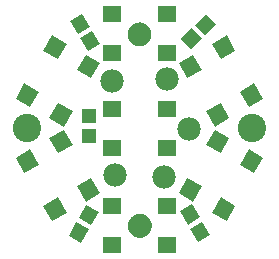
<source format=gbr>
G04 EAGLE Gerber RS-274X export*
G75*
%MOMM*%
%FSLAX34Y34*%
%LPD*%
%INSoldermask Top*%
%IPPOS*%
%AMOC8*
5,1,8,0,0,1.08239X$1,22.5*%
G01*
%ADD10C,2.403200*%
%ADD11R,1.503200X1.403200*%
%ADD12R,1.303200X1.203200*%
%ADD13C,1.981200*%
%ADD14C,1.203200*%
%ADD15C,0.500000*%
%ADD16R,1.203200X1.303200*%


D10*
X95000Y0D03*
X-95000Y0D03*
D11*
X23500Y-16500D03*
X23500Y16500D03*
X-23500Y-16500D03*
X-23500Y16500D03*
X23500Y63500D03*
X23500Y96500D03*
X-23500Y63500D03*
X-23500Y96500D03*
G36*
X68779Y21415D02*
X76295Y8397D01*
X64143Y1381D01*
X56627Y14399D01*
X68779Y21415D01*
G37*
G36*
X97357Y37915D02*
X104873Y24897D01*
X92721Y17881D01*
X85205Y30899D01*
X97357Y37915D01*
G37*
G36*
X45279Y62119D02*
X52795Y49101D01*
X40643Y42085D01*
X33127Y55103D01*
X45279Y62119D01*
G37*
G36*
X73857Y78619D02*
X81373Y65601D01*
X69221Y58585D01*
X61705Y71603D01*
X73857Y78619D01*
G37*
G36*
X52795Y-49101D02*
X45279Y-62119D01*
X33127Y-55103D01*
X40643Y-42085D01*
X52795Y-49101D01*
G37*
G36*
X81373Y-65601D02*
X73857Y-78619D01*
X61705Y-71603D01*
X69221Y-58585D01*
X81373Y-65601D01*
G37*
G36*
X76295Y-8397D02*
X68779Y-21415D01*
X56627Y-14399D01*
X64143Y-1381D01*
X76295Y-8397D01*
G37*
G36*
X104873Y-24897D02*
X97357Y-37915D01*
X85205Y-30899D01*
X92721Y-17881D01*
X104873Y-24897D01*
G37*
X-23500Y-65500D03*
X-23500Y-98500D03*
X23500Y-65500D03*
X23500Y-98500D03*
G36*
X-68779Y-21415D02*
X-76295Y-8397D01*
X-64143Y-1381D01*
X-56627Y-14399D01*
X-68779Y-21415D01*
G37*
G36*
X-97357Y-37915D02*
X-104873Y-24897D01*
X-92721Y-17881D01*
X-85205Y-30899D01*
X-97357Y-37915D01*
G37*
G36*
X-45279Y-62119D02*
X-52795Y-49101D01*
X-40643Y-42085D01*
X-33127Y-55103D01*
X-45279Y-62119D01*
G37*
G36*
X-73857Y-78619D02*
X-81373Y-65601D01*
X-69221Y-58585D01*
X-61705Y-71603D01*
X-73857Y-78619D01*
G37*
G36*
X-52795Y49101D02*
X-45279Y62119D01*
X-33127Y55103D01*
X-40643Y42085D01*
X-52795Y49101D01*
G37*
G36*
X-81373Y65601D02*
X-73857Y78619D01*
X-61705Y71603D01*
X-69221Y58585D01*
X-81373Y65601D01*
G37*
G36*
X-76295Y8397D02*
X-68779Y21415D01*
X-56627Y14399D01*
X-64143Y1381D01*
X-76295Y8397D01*
G37*
G36*
X-104873Y24897D02*
X-97357Y37915D01*
X-85205Y30899D01*
X-92721Y17881D01*
X-104873Y24897D01*
G37*
D12*
G36*
X52594Y76086D02*
X43380Y66872D01*
X34872Y75380D01*
X44086Y84594D01*
X52594Y76086D01*
G37*
G36*
X64615Y88107D02*
X55401Y78893D01*
X46893Y87401D01*
X56107Y96615D01*
X64615Y88107D01*
G37*
G36*
X-51410Y-76213D02*
X-44894Y-64927D01*
X-34474Y-70943D01*
X-40990Y-82229D01*
X-51410Y-76213D01*
G37*
G36*
X-59910Y-90936D02*
X-53394Y-79650D01*
X-42974Y-85666D01*
X-49490Y-96952D01*
X-59910Y-90936D01*
G37*
G36*
X40738Y-81606D02*
X34222Y-70320D01*
X44642Y-64304D01*
X51158Y-75590D01*
X40738Y-81606D01*
G37*
G36*
X49238Y-96328D02*
X42722Y-85042D01*
X53142Y-79026D01*
X59658Y-90312D01*
X49238Y-96328D01*
G37*
D13*
X-20407Y-39628D03*
X-23034Y40042D03*
X20431Y-41412D03*
X42071Y-1077D03*
D14*
X100Y79450D03*
D15*
X100Y86950D02*
X-81Y86948D01*
X-262Y86941D01*
X-443Y86930D01*
X-624Y86915D01*
X-804Y86895D01*
X-984Y86871D01*
X-1163Y86843D01*
X-1341Y86810D01*
X-1518Y86773D01*
X-1695Y86732D01*
X-1870Y86687D01*
X-2045Y86637D01*
X-2218Y86583D01*
X-2389Y86525D01*
X-2560Y86463D01*
X-2728Y86396D01*
X-2895Y86326D01*
X-3061Y86252D01*
X-3224Y86173D01*
X-3385Y86091D01*
X-3545Y86005D01*
X-3702Y85915D01*
X-3857Y85821D01*
X-4010Y85724D01*
X-4160Y85622D01*
X-4308Y85518D01*
X-4454Y85409D01*
X-4596Y85298D01*
X-4736Y85182D01*
X-4873Y85064D01*
X-5008Y84942D01*
X-5139Y84817D01*
X-5267Y84689D01*
X-5392Y84558D01*
X-5514Y84423D01*
X-5632Y84286D01*
X-5748Y84146D01*
X-5859Y84004D01*
X-5968Y83858D01*
X-6072Y83710D01*
X-6174Y83560D01*
X-6271Y83407D01*
X-6365Y83252D01*
X-6455Y83095D01*
X-6541Y82935D01*
X-6623Y82774D01*
X-6702Y82611D01*
X-6776Y82445D01*
X-6846Y82278D01*
X-6913Y82110D01*
X-6975Y81939D01*
X-7033Y81768D01*
X-7087Y81595D01*
X-7137Y81420D01*
X-7182Y81245D01*
X-7223Y81068D01*
X-7260Y80891D01*
X-7293Y80713D01*
X-7321Y80534D01*
X-7345Y80354D01*
X-7365Y80174D01*
X-7380Y79993D01*
X-7391Y79812D01*
X-7398Y79631D01*
X-7400Y79450D01*
X100Y86950D02*
X281Y86948D01*
X462Y86941D01*
X643Y86930D01*
X824Y86915D01*
X1004Y86895D01*
X1184Y86871D01*
X1363Y86843D01*
X1541Y86810D01*
X1718Y86773D01*
X1895Y86732D01*
X2070Y86687D01*
X2245Y86637D01*
X2418Y86583D01*
X2589Y86525D01*
X2760Y86463D01*
X2928Y86396D01*
X3095Y86326D01*
X3261Y86252D01*
X3424Y86173D01*
X3585Y86091D01*
X3745Y86005D01*
X3902Y85915D01*
X4057Y85821D01*
X4210Y85724D01*
X4360Y85622D01*
X4508Y85518D01*
X4654Y85409D01*
X4796Y85298D01*
X4936Y85182D01*
X5073Y85064D01*
X5208Y84942D01*
X5339Y84817D01*
X5467Y84689D01*
X5592Y84558D01*
X5714Y84423D01*
X5832Y84286D01*
X5948Y84146D01*
X6059Y84004D01*
X6168Y83858D01*
X6272Y83710D01*
X6374Y83560D01*
X6471Y83407D01*
X6565Y83252D01*
X6655Y83095D01*
X6741Y82935D01*
X6823Y82774D01*
X6902Y82611D01*
X6976Y82445D01*
X7046Y82278D01*
X7113Y82110D01*
X7175Y81939D01*
X7233Y81768D01*
X7287Y81595D01*
X7337Y81420D01*
X7382Y81245D01*
X7423Y81068D01*
X7460Y80891D01*
X7493Y80713D01*
X7521Y80534D01*
X7545Y80354D01*
X7565Y80174D01*
X7580Y79993D01*
X7591Y79812D01*
X7598Y79631D01*
X7600Y79450D01*
X7598Y79269D01*
X7591Y79088D01*
X7580Y78907D01*
X7565Y78726D01*
X7545Y78546D01*
X7521Y78366D01*
X7493Y78187D01*
X7460Y78009D01*
X7423Y77832D01*
X7382Y77655D01*
X7337Y77480D01*
X7287Y77305D01*
X7233Y77132D01*
X7175Y76961D01*
X7113Y76790D01*
X7046Y76622D01*
X6976Y76455D01*
X6902Y76289D01*
X6823Y76126D01*
X6741Y75965D01*
X6655Y75805D01*
X6565Y75648D01*
X6471Y75493D01*
X6374Y75340D01*
X6272Y75190D01*
X6168Y75042D01*
X6059Y74896D01*
X5948Y74754D01*
X5832Y74614D01*
X5714Y74477D01*
X5592Y74342D01*
X5467Y74211D01*
X5339Y74083D01*
X5208Y73958D01*
X5073Y73836D01*
X4936Y73718D01*
X4796Y73602D01*
X4654Y73491D01*
X4508Y73382D01*
X4360Y73278D01*
X4210Y73176D01*
X4057Y73079D01*
X3902Y72985D01*
X3745Y72895D01*
X3585Y72809D01*
X3424Y72727D01*
X3261Y72648D01*
X3095Y72574D01*
X2928Y72504D01*
X2760Y72437D01*
X2589Y72375D01*
X2418Y72317D01*
X2245Y72263D01*
X2070Y72213D01*
X1895Y72168D01*
X1718Y72127D01*
X1541Y72090D01*
X1363Y72057D01*
X1184Y72029D01*
X1004Y72005D01*
X824Y71985D01*
X643Y71970D01*
X462Y71959D01*
X281Y71952D01*
X100Y71950D01*
X-81Y71952D01*
X-262Y71959D01*
X-443Y71970D01*
X-624Y71985D01*
X-804Y72005D01*
X-984Y72029D01*
X-1163Y72057D01*
X-1341Y72090D01*
X-1518Y72127D01*
X-1695Y72168D01*
X-1870Y72213D01*
X-2045Y72263D01*
X-2218Y72317D01*
X-2389Y72375D01*
X-2560Y72437D01*
X-2728Y72504D01*
X-2895Y72574D01*
X-3061Y72648D01*
X-3224Y72727D01*
X-3385Y72809D01*
X-3545Y72895D01*
X-3702Y72985D01*
X-3857Y73079D01*
X-4010Y73176D01*
X-4160Y73278D01*
X-4308Y73382D01*
X-4454Y73491D01*
X-4596Y73602D01*
X-4736Y73718D01*
X-4873Y73836D01*
X-5008Y73958D01*
X-5139Y74083D01*
X-5267Y74211D01*
X-5392Y74342D01*
X-5514Y74477D01*
X-5632Y74614D01*
X-5748Y74754D01*
X-5859Y74896D01*
X-5968Y75042D01*
X-6072Y75190D01*
X-6174Y75340D01*
X-6271Y75493D01*
X-6365Y75648D01*
X-6455Y75805D01*
X-6541Y75965D01*
X-6623Y76126D01*
X-6702Y76289D01*
X-6776Y76455D01*
X-6846Y76622D01*
X-6913Y76790D01*
X-6975Y76961D01*
X-7033Y77132D01*
X-7087Y77305D01*
X-7137Y77480D01*
X-7182Y77655D01*
X-7223Y77832D01*
X-7260Y78009D01*
X-7293Y78187D01*
X-7321Y78366D01*
X-7345Y78546D01*
X-7365Y78726D01*
X-7380Y78907D01*
X-7391Y79088D01*
X-7398Y79269D01*
X-7400Y79450D01*
D14*
X350Y-82650D03*
D15*
X350Y-75150D02*
X169Y-75152D01*
X-12Y-75159D01*
X-193Y-75170D01*
X-374Y-75185D01*
X-554Y-75205D01*
X-734Y-75229D01*
X-913Y-75257D01*
X-1091Y-75290D01*
X-1268Y-75327D01*
X-1445Y-75368D01*
X-1620Y-75413D01*
X-1795Y-75463D01*
X-1968Y-75517D01*
X-2139Y-75575D01*
X-2310Y-75637D01*
X-2478Y-75704D01*
X-2645Y-75774D01*
X-2811Y-75848D01*
X-2974Y-75927D01*
X-3135Y-76009D01*
X-3295Y-76095D01*
X-3452Y-76185D01*
X-3607Y-76279D01*
X-3760Y-76376D01*
X-3910Y-76478D01*
X-4058Y-76582D01*
X-4204Y-76691D01*
X-4346Y-76802D01*
X-4486Y-76918D01*
X-4623Y-77036D01*
X-4758Y-77158D01*
X-4889Y-77283D01*
X-5017Y-77411D01*
X-5142Y-77542D01*
X-5264Y-77677D01*
X-5382Y-77814D01*
X-5498Y-77954D01*
X-5609Y-78096D01*
X-5718Y-78242D01*
X-5822Y-78390D01*
X-5924Y-78540D01*
X-6021Y-78693D01*
X-6115Y-78848D01*
X-6205Y-79005D01*
X-6291Y-79165D01*
X-6373Y-79326D01*
X-6452Y-79489D01*
X-6526Y-79655D01*
X-6596Y-79822D01*
X-6663Y-79990D01*
X-6725Y-80161D01*
X-6783Y-80332D01*
X-6837Y-80505D01*
X-6887Y-80680D01*
X-6932Y-80855D01*
X-6973Y-81032D01*
X-7010Y-81209D01*
X-7043Y-81387D01*
X-7071Y-81566D01*
X-7095Y-81746D01*
X-7115Y-81926D01*
X-7130Y-82107D01*
X-7141Y-82288D01*
X-7148Y-82469D01*
X-7150Y-82650D01*
X350Y-75150D02*
X531Y-75152D01*
X712Y-75159D01*
X893Y-75170D01*
X1074Y-75185D01*
X1254Y-75205D01*
X1434Y-75229D01*
X1613Y-75257D01*
X1791Y-75290D01*
X1968Y-75327D01*
X2145Y-75368D01*
X2320Y-75413D01*
X2495Y-75463D01*
X2668Y-75517D01*
X2839Y-75575D01*
X3010Y-75637D01*
X3178Y-75704D01*
X3345Y-75774D01*
X3511Y-75848D01*
X3674Y-75927D01*
X3835Y-76009D01*
X3995Y-76095D01*
X4152Y-76185D01*
X4307Y-76279D01*
X4460Y-76376D01*
X4610Y-76478D01*
X4758Y-76582D01*
X4904Y-76691D01*
X5046Y-76802D01*
X5186Y-76918D01*
X5323Y-77036D01*
X5458Y-77158D01*
X5589Y-77283D01*
X5717Y-77411D01*
X5842Y-77542D01*
X5964Y-77677D01*
X6082Y-77814D01*
X6198Y-77954D01*
X6309Y-78096D01*
X6418Y-78242D01*
X6522Y-78390D01*
X6624Y-78540D01*
X6721Y-78693D01*
X6815Y-78848D01*
X6905Y-79005D01*
X6991Y-79165D01*
X7073Y-79326D01*
X7152Y-79489D01*
X7226Y-79655D01*
X7296Y-79822D01*
X7363Y-79990D01*
X7425Y-80161D01*
X7483Y-80332D01*
X7537Y-80505D01*
X7587Y-80680D01*
X7632Y-80855D01*
X7673Y-81032D01*
X7710Y-81209D01*
X7743Y-81387D01*
X7771Y-81566D01*
X7795Y-81746D01*
X7815Y-81926D01*
X7830Y-82107D01*
X7841Y-82288D01*
X7848Y-82469D01*
X7850Y-82650D01*
X7848Y-82831D01*
X7841Y-83012D01*
X7830Y-83193D01*
X7815Y-83374D01*
X7795Y-83554D01*
X7771Y-83734D01*
X7743Y-83913D01*
X7710Y-84091D01*
X7673Y-84268D01*
X7632Y-84445D01*
X7587Y-84620D01*
X7537Y-84795D01*
X7483Y-84968D01*
X7425Y-85139D01*
X7363Y-85310D01*
X7296Y-85478D01*
X7226Y-85645D01*
X7152Y-85811D01*
X7073Y-85974D01*
X6991Y-86135D01*
X6905Y-86295D01*
X6815Y-86452D01*
X6721Y-86607D01*
X6624Y-86760D01*
X6522Y-86910D01*
X6418Y-87058D01*
X6309Y-87204D01*
X6198Y-87346D01*
X6082Y-87486D01*
X5964Y-87623D01*
X5842Y-87758D01*
X5717Y-87889D01*
X5589Y-88017D01*
X5458Y-88142D01*
X5323Y-88264D01*
X5186Y-88382D01*
X5046Y-88498D01*
X4904Y-88609D01*
X4758Y-88718D01*
X4610Y-88822D01*
X4460Y-88924D01*
X4307Y-89021D01*
X4152Y-89115D01*
X3995Y-89205D01*
X3835Y-89291D01*
X3674Y-89373D01*
X3511Y-89452D01*
X3345Y-89526D01*
X3178Y-89596D01*
X3010Y-89663D01*
X2839Y-89725D01*
X2668Y-89783D01*
X2495Y-89837D01*
X2320Y-89887D01*
X2145Y-89932D01*
X1968Y-89973D01*
X1791Y-90010D01*
X1613Y-90043D01*
X1434Y-90071D01*
X1254Y-90095D01*
X1074Y-90115D01*
X893Y-90130D01*
X712Y-90141D01*
X531Y-90148D01*
X350Y-90150D01*
X169Y-90148D01*
X-12Y-90141D01*
X-193Y-90130D01*
X-374Y-90115D01*
X-554Y-90095D01*
X-734Y-90071D01*
X-913Y-90043D01*
X-1091Y-90010D01*
X-1268Y-89973D01*
X-1445Y-89932D01*
X-1620Y-89887D01*
X-1795Y-89837D01*
X-1968Y-89783D01*
X-2139Y-89725D01*
X-2310Y-89663D01*
X-2478Y-89596D01*
X-2645Y-89526D01*
X-2811Y-89452D01*
X-2974Y-89373D01*
X-3135Y-89291D01*
X-3295Y-89205D01*
X-3452Y-89115D01*
X-3607Y-89021D01*
X-3760Y-88924D01*
X-3910Y-88822D01*
X-4058Y-88718D01*
X-4204Y-88609D01*
X-4346Y-88498D01*
X-4486Y-88382D01*
X-4623Y-88264D01*
X-4758Y-88142D01*
X-4889Y-88017D01*
X-5017Y-87889D01*
X-5142Y-87758D01*
X-5264Y-87623D01*
X-5382Y-87486D01*
X-5498Y-87346D01*
X-5609Y-87204D01*
X-5718Y-87058D01*
X-5822Y-86910D01*
X-5924Y-86760D01*
X-6021Y-86607D01*
X-6115Y-86452D01*
X-6205Y-86295D01*
X-6291Y-86135D01*
X-6373Y-85974D01*
X-6452Y-85811D01*
X-6526Y-85645D01*
X-6596Y-85478D01*
X-6663Y-85310D01*
X-6725Y-85139D01*
X-6783Y-84968D01*
X-6837Y-84795D01*
X-6887Y-84620D01*
X-6932Y-84445D01*
X-6973Y-84268D01*
X-7010Y-84091D01*
X-7043Y-83913D01*
X-7071Y-83734D01*
X-7095Y-83554D01*
X-7115Y-83374D01*
X-7130Y-83193D01*
X-7141Y-83012D01*
X-7148Y-82831D01*
X-7150Y-82650D01*
D16*
X-42552Y-6691D03*
X-42552Y10309D03*
D13*
X23000Y42000D03*
D12*
G36*
X-39798Y82290D02*
X-33282Y71004D01*
X-43702Y64988D01*
X-50218Y76274D01*
X-39798Y82290D01*
G37*
G36*
X-48298Y97012D02*
X-41782Y85726D01*
X-52202Y79710D01*
X-58718Y90996D01*
X-48298Y97012D01*
G37*
M02*

</source>
